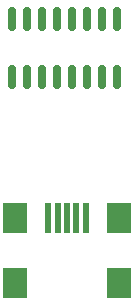
<source format=gbr>
%TF.GenerationSoftware,KiCad,Pcbnew,9.0.2*%
%TF.CreationDate,2025-06-01T20:36:06+02:00*%
%TF.ProjectId,IBIS,49424953-2e6b-4696-9361-645f70636258,rev?*%
%TF.SameCoordinates,Original*%
%TF.FileFunction,Paste,Top*%
%TF.FilePolarity,Positive*%
%FSLAX46Y46*%
G04 Gerber Fmt 4.6, Leading zero omitted, Abs format (unit mm)*
G04 Created by KiCad (PCBNEW 9.0.2) date 2025-06-01 20:36:06*
%MOMM*%
%LPD*%
G01*
G04 APERTURE LIST*
G04 Aperture macros list*
%AMRoundRect*
0 Rectangle with rounded corners*
0 $1 Rounding radius*
0 $2 $3 $4 $5 $6 $7 $8 $9 X,Y pos of 4 corners*
0 Add a 4 corners polygon primitive as box body*
4,1,4,$2,$3,$4,$5,$6,$7,$8,$9,$2,$3,0*
0 Add four circle primitives for the rounded corners*
1,1,$1+$1,$2,$3*
1,1,$1+$1,$4,$5*
1,1,$1+$1,$6,$7*
1,1,$1+$1,$8,$9*
0 Add four rect primitives between the rounded corners*
20,1,$1+$1,$2,$3,$4,$5,0*
20,1,$1+$1,$4,$5,$6,$7,0*
20,1,$1+$1,$6,$7,$8,$9,0*
20,1,$1+$1,$8,$9,$2,$3,0*%
G04 Aperture macros list end*
%ADD10R,0.500000X2.500000*%
%ADD11R,2.000000X2.500000*%
%ADD12RoundRect,0.150000X0.150000X-0.825000X0.150000X0.825000X-0.150000X0.825000X-0.150000X-0.825000X0*%
G04 APERTURE END LIST*
D10*
%TO.C,J1*%
X76400000Y-96375000D03*
X77200000Y-96375000D03*
X78000000Y-96375000D03*
X78800000Y-96375000D03*
X79600000Y-96375000D03*
D11*
X73600000Y-96375000D03*
X73600000Y-101875000D03*
X82400000Y-96375000D03*
X82400000Y-101875000D03*
%TD*%
D12*
%TO.C,U1*%
X73380000Y-84450000D03*
X74650000Y-84450000D03*
X75920000Y-84450000D03*
X77190000Y-84450000D03*
X78460000Y-84450000D03*
X79730000Y-84450000D03*
X81000000Y-84450000D03*
X82270000Y-84450000D03*
X82270000Y-79500000D03*
X81000000Y-79500000D03*
X79730000Y-79500000D03*
X78460000Y-79500000D03*
X77190000Y-79500000D03*
X75920000Y-79500000D03*
X74650000Y-79500000D03*
X73380000Y-79500000D03*
%TD*%
M02*

</source>
